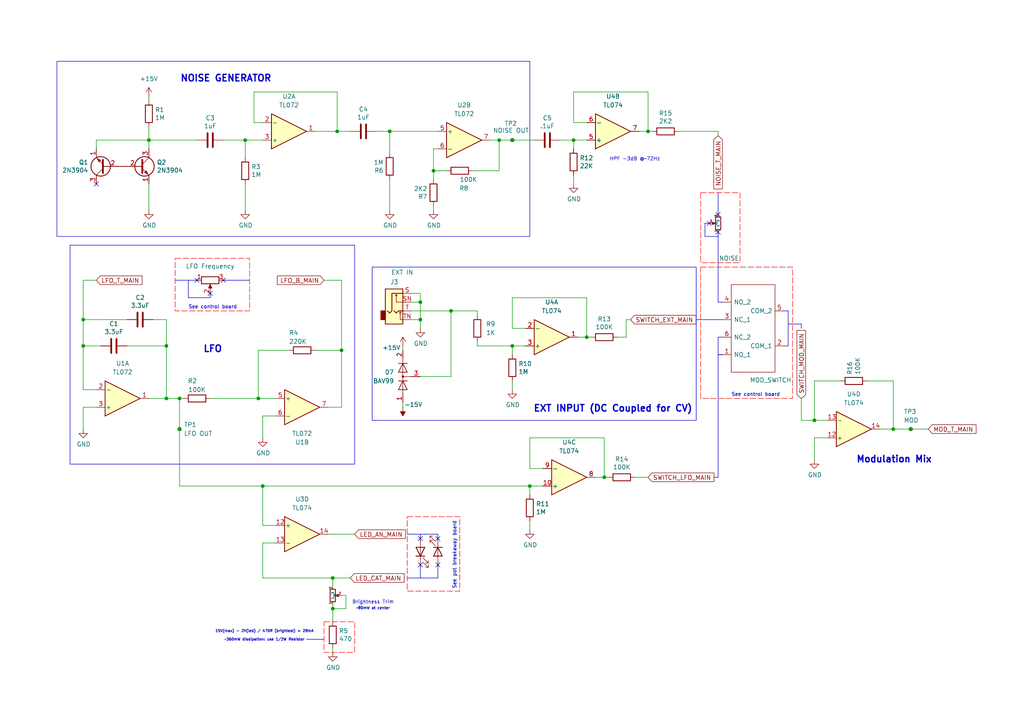
<source format=kicad_sch>
(kicad_sch (version 20250114) (generator "eeschema") (generator_version "9.0")
  (paper "A4")
  (lib_symbols
    (symbol "Amplifier_Operational:TL072" (pin_names (offset 0.127))
      (property "Reference" "U" (at 0 5.08 0))
      (property "Value" "TL072" (at 0 -5.08 0))
      (symbol "TL072_1_1"
        (polyline (pts (xy -5.08 5.08) (xy 5.08 0) (xy -5.08 -5.08) (xy -5.08 5.08)) (stroke (width 0.254)) (fill (type background)))
        (pin input line (at -7.62 2.54 0) (length 2.54) (name "+") (number "3"))
        (pin input line (at -7.62 -2.54 0) (length 2.54) (name "-") (number "2"))
        (pin output line (at 7.62 0 180) (length 2.54) (name "~") (number "1"))
      )
      (symbol "TL072_2_1"
        (polyline (pts (xy -5.08 5.08) (xy 5.08 0) (xy -5.08 -5.08) (xy -5.08 5.08)) (stroke (width 0.254)) (fill (type background)))
        (pin input line (at -7.62 2.54 0) (length 2.54) (name "+") (number "5"))
        (pin input line (at -7.62 -2.54 0) (length 2.54) (name "-") (number "6"))
        (pin output line (at 7.62 0 180) (length 2.54) (name "~") (number "7"))
      )
      (symbol "TL072_3_1"
        (pin power_in line (at -2.54 7.62 270) (length 3.81) (name "V+") (number "8"))
        (pin power_in line (at -2.54 -7.62 90) (length 3.81) (name "V-") (number "4"))
      )
    )
    (symbol "Amplifier_Operational:TL074" (pin_names (offset 0.127))
      (property "Reference" "U" (at 0 5.08 0))
      (property "Value" "TL074" (at 0 -5.08 0))
      (symbol "TL074_1_1"
        (polyline (pts (xy -5.08 5.08) (xy 5.08 0) (xy -5.08 -5.08) (xy -5.08 5.08)) (stroke (width 0.254)) (fill (type background)))
        (pin input line (at -7.62 2.54 0) (length 2.54) (name "+") (number "3"))
        (pin input line (at -7.62 -2.54 0) (length 2.54) (name "-") (number "2"))
        (pin output line (at 7.62 0 180) (length 2.54) (name "~") (number "1"))
      )
      (symbol "TL074_2_1"
        (polyline (pts (xy -5.08 5.08) (xy 5.08 0) (xy -5.08 -5.08) (xy -5.08 5.08)) (stroke (width 0.254)) (fill (type background)))
        (pin input line (at -7.62 2.54 0) (length 2.54) (name "+") (number "5"))
        (pin input line (at -7.62 -2.54 0) (length 2.54) (name "-") (number "6"))
        (pin output line (at 7.62 0 180) (length 2.54) (name "~") (number "7"))
      )
      (symbol "TL074_3_1"
        (polyline (pts (xy -5.08 5.08) (xy 5.08 0) (xy -5.08 -5.08) (xy -5.08 5.08)) (stroke (width 0.254)) (fill (type background)))
        (pin input line (at -7.62 2.54 0) (length 2.54) (name "+") (number "10"))
        (pin input line (at -7.62 -2.54 0) (length 2.54) (name "-") (number "9"))
        (pin output line (at 7.62 0 180) (length 2.54) (name "~") (number "8"))
      )
      (symbol "TL074_4_1"
        (polyline (pts (xy -5.08 5.08) (xy 5.08 0) (xy -5.08 -5.08) (xy -5.08 5.08)) (stroke (width 0.254)) (fill (type background)))
        (pin input line (at -7.62 2.54 0) (length 2.54) (name "+") (number "12"))
        (pin input line (at -7.62 -2.54 0) (length 2.54) (name "-") (number "13"))
        (pin output line (at 7.62 0 180) (length 2.54) (name "~") (number "14"))
      )
      (symbol "TL074_5_1"
        (pin power_in line (at -2.54 7.62 270) (length 3.81) (name "V+") (number "4"))
        (pin power_in line (at -2.54 -7.62 90) (length 3.81) (name "V-") (number "11"))
      )
    )
    (symbol "Connector:TestPoint_Small" (pin_numbers (hide yes)) (pin_names (offset 0.762) (hide yes))
      (property "Reference" "TP" (at 0 3.81 0))
      (property "Value" "TestPoint_Small" (at 0 2.032 0))
      (symbol "TestPoint_Small_0_1"
        (circle (center 0 0) (radius 0.508))
      )
      (symbol "TestPoint_Small_1_1"
        (pin passive line (at 0 0 90) (length 0) (name "1") (number "1"))
      )
    )
    (symbol "Connector_Audio:NMJ4HFD2"
      (property "Reference" "J" (at 0 11.43 0))
      (property "Value" "NMJ4HFD2" (at 0 8.89 0))
      (symbol "NMJ4HFD2_0_1"
        (rectangle (start -2.54 0) (end -3.81 -2.54) (stroke (width 0.254)) (fill (type outline)))
        (rectangle (start 2.54 6.35) (end -2.54 -3.81) (stroke (width 0.254)) (fill (type background)))
      )
      (symbol "NMJ4HFD2_1_1"
        (polyline (pts (xy 0 0) (xy 0.635 -0.635) (xy 1.27 0) (xy 2.54 0)) (stroke (width 0.254)))
        (polyline (pts (xy 0.635 4.826) (xy 0.889 4.318)))
        (polyline (pts (xy 1.778 -0.254) (xy 2.032 -0.762)))
        (polyline (pts (xy 2.54 5.08) (xy -0.635 5.08) (xy -0.635 0) (xy -1.27 -0.635) (xy -1.905 0)) (stroke (width 0.254)))
        (polyline (pts (xy 2.54 2.54) (xy 0.635 2.54) (xy 0.635 4.826) (xy 0.381 4.318)))
        (polyline (pts (xy 2.54 -2.54) (xy 1.778 -2.54) (xy 1.778 -0.254) (xy 1.524 -0.762)))
        (pin passive line (at 5.08 5.08 180) (length 2.54) (name "~") (number "S"))
        (pin passive line (at 5.08 2.54 180) (length 2.54) (name "~") (number "SN"))
        (pin passive line (at 5.08 0 180) (length 2.54) (name "~") (number "T"))
        (pin passive line (at 5.08 -2.54 180) (length 2.54) (name "~") (number "TN"))
      )
    )
    (symbol "Device:C" (pin_numbers (hide yes)) (pin_names (offset 0.254))
      (property "Reference" "C" (at 0.635 2.54 0))
      (property "Value" "Device_C" (at 0.635 -2.54 0))
      (symbol "C_0_1"
        (polyline (pts (xy -2.032 0.762) (xy 2.032 0.762)) (stroke (width 0.508)))
        (polyline (pts (xy -2.032 -0.762) (xy 2.032 -0.762)) (stroke (width 0.508)))
      )
      (symbol "C_1_1"
        (pin passive line (at 0 3.81 270) (length 2.794) (name "~") (number "1"))
        (pin passive line (at 0 -3.81 90) (length 2.794) (name "~") (number "2"))
      )
    )
    (symbol "Device:LED" (pin_numbers (hide yes)) (pin_names (offset 1.016) (hide yes))
      (property "Reference" "D" (at 0 2.54 0))
      (property "Value" "LED" (at 0 -2.54 0))
      (symbol "LED_0_1"
        (polyline (pts (xy -3.048 -0.762) (xy -4.572 -2.286) (xy -3.81 -2.286) (xy -4.572 -2.286) (xy -4.572 -1.524)))
        (polyline (pts (xy -1.778 -0.762) (xy -3.302 -2.286) (xy -2.54 -2.286) (xy -3.302 -2.286) (xy -3.302 -1.524)))
        (polyline (pts (xy -1.27 0) (xy 1.27 0)))
        (polyline (pts (xy -1.27 -1.27) (xy -1.27 1.27)) (stroke (width 0.254)))
        (polyline (pts (xy 1.27 -1.27) (xy 1.27 1.27) (xy -1.27 0) (xy 1.27 -1.27)) (stroke (width 0.254)))
      )
      (symbol "LED_1_1"
        (pin passive line (at -3.81 0 0) (length 2.54) (name "K") (number "1"))
        (pin passive line (at 3.81 0 180) (length 2.54) (name "A") (number "2"))
      )
    )
    (symbol "Device:R" (pin_numbers (hide yes)) (pin_names (offset 0))
      (property "Reference" "R" (at 2.032 0 90))
      (property "Value" "Device_R" (at 0 0 90))
      (symbol "R_0_1"
        (rectangle (start -1.016 -2.54) (end 1.016 2.54) (stroke (width 0.254)))
      )
      (symbol "R_1_1"
        (pin passive line (at 0 3.81 270) (length 1.27) (name "~") (number "1"))
        (pin passive line (at 0 -3.81 90) (length 1.27) (name "~") (number "2"))
      )
    )
    (symbol "Device:R_Potentiometer" (pin_names (offset 1.016) (hide yes))
      (property "Reference" "RV" (at -4.445 0 90))
      (property "Value" "R_Potentiometer" (at -2.54 0 90))
      (symbol "R_Potentiometer_0_1"
        (rectangle (start 1.016 2.54) (end -1.016 -2.54) (stroke (width 0.254)))
        (polyline (pts (xy 1.143 0) (xy 2.286 0.508) (xy 2.286 -0.508) (xy 1.143 0)) (fill (type outline)))
        (polyline (pts (xy 2.54 0) (xy 1.524 0)))
      )
      (symbol "R_Potentiometer_1_1"
        (pin passive line (at 0 3.81 270) (length 1.27) (name "1") (number "1"))
        (pin passive line (at 0 -3.81 90) (length 1.27) (name "3") (number "3"))
        (pin passive line (at 3.81 0 180) (length 1.27) (name "2") (number "2"))
      )
    )
    (symbol "Diode:BAV99" (pin_names (hide yes))
      (property "Reference" "D" (at 0 5.08 0))
      (property "Value" "BAV99" (at 0 2.54 0))
      (symbol "BAV99_0_1"
        (polyline (pts (xy -5.08 0) (xy 5.08 0)))
      )
      (symbol "BAV99_1_1"
        (polyline (pts (xy -3.81 1.27) (xy -1.27 0) (xy -3.81 -1.27) (xy -3.81 1.27) (xy -3.81 1.27) (xy -3.81 1.27)) (stroke (width 0.2032)))
        (polyline (pts (xy -1.27 -1.27) (xy -1.27 1.27) (xy -1.27 1.27)) (stroke (width 0.2032)))
        (polyline (pts (xy 0 0) (xy 0 -2.54)))
        (circle (center 0 0) (radius 0.254) (fill (type outline)))
        (polyline (pts (xy 1.27 1.27) (xy 3.81 0) (xy 1.27 -1.27) (xy 1.27 1.27) (xy 1.27 1.27) (xy 1.27 1.27)) (stroke (width 0.2032)))
        (polyline (pts (xy 3.81 1.27) (xy 3.81 -1.27) (xy 3.81 -1.27)) (stroke (width 0.2032)))
        (pin passive line (at -7.62 0 0) (length 2.54) (name "K") (number "1"))
        (pin passive line (at 0 -5.08 90) (length 2.54) (name "K") (number "3"))
        (pin passive line (at 7.62 0 180) (length 2.54) (name "A") (number "2"))
      )
    )
    (symbol "R_1" (pin_numbers (hide yes)) (pin_names (offset 0))
      (property "Reference" "R" (at 2.032 0 90))
      (property "Value" "R" (at 0 0 90))
      (symbol "R_1_0_1"
        (rectangle (start -1.016 -2.54) (end 1.016 2.54) (stroke (width 0.254)))
      )
      (symbol "R_1_1_1"
        (pin passive line (at 0 3.81 270) (length 1.27) (name "~") (number "1"))
        (pin passive line (at 0 -3.81 90) (length 1.27) (name "~") (number "2"))
      )
    )
    (symbol "TL072_1" (pin_names (offset 0.127))
      (property "Reference" "U" (at 0 5.08 0))
      (property "Value" "TL072" (at 0 -5.08 0))
      (symbol "TL072_1_1_1"
        (polyline (pts (xy -5.08 5.08) (xy 5.08 0) (xy -5.08 -5.08) (xy -5.08 5.08)) (stroke (width 0.254)) (fill (type background)))
        (pin input line (at -7.62 2.54 0) (length 2.54) (name "+") (number "3"))
        (pin input line (at -7.62 -2.54 0) (length 2.54) (name "-") (number "2"))
        (pin output line (at 7.62 0 180) (length 2.54) (name "~") (number "1"))
      )
      (symbol "TL072_1_2_1"
        (polyline (pts (xy -5.08 5.08) (xy 5.08 0) (xy -5.08 -5.08) (xy -5.08 5.08)) (stroke (width 0.254)) (fill (type background)))
        (pin input line (at -7.62 2.54 0) (length 2.54) (name "+") (number "5"))
        (pin input line (at -7.62 -2.54 0) (length 2.54) (name "-") (number "6"))
        (pin output line (at 7.62 0 180) (length 2.54) (name "~") (number "7"))
      )
      (symbol "TL072_1_3_1"
        (pin power_in line (at -2.54 7.62 270) (length 3.81) (name "V+") (number "8"))
        (pin power_in line (at -2.54 -7.62 90) (length 3.81) (name "V-") (number "4"))
      )
    )
    (symbol "TL074_1" (pin_names (offset 0.127))
      (property "Reference" "U" (at 0 5.08 0))
      (property "Value" "TL074" (at 0 -5.08 0))
      (symbol "TL074_1_1_1"
        (polyline (pts (xy -5.08 5.08) (xy 5.08 0) (xy -5.08 -5.08) (xy -5.08 5.08)) (stroke (width 0.254)) (fill (type background)))
        (pin input line (at -7.62 2.54 0) (length 2.54) (name "+") (number "3"))
        (pin input line (at -7.62 -2.54 0) (length 2.54) (name "-") (number "2"))
        (pin output line (at 7.62 0 180) (length 2.54) (name "~") (number "1"))
      )
      (symbol "TL074_1_2_1"
        (polyline (pts (xy -5.08 5.08) (xy 5.08 0) (xy -5.08 -5.08) (xy -5.08 5.08)) (stroke (width 0.254)) (fill (type background)))
        (pin input line (at -7.62 2.54 0) (length 2.54) (name "+") (number "5"))
        (pin input line (at -7.62 -2.54 0) (length 2.54) (name "-") (number "6"))
        (pin output line (at 7.62 0 180) (length 2.54) (name "~") (number "7"))
      )
      (symbol "TL074_1_3_1"
        (polyline (pts (xy -5.08 5.08) (xy 5.08 0) (xy -5.08 -5.08) (xy -5.08 5.08)) (stroke (width 0.254)) (fill (type background)))
        (pin input line (at -7.62 2.54 0) (length 2.54) (name "+") (number "10"))
        (pin input line (at -7.62 -2.54 0) (length 2.54) (name "-") (number "9"))
        (pin output line (at 7.62 0 180) (length 2.54) (name "~") (number "8"))
      )
      (symbol "TL074_1_4_1"
        (polyline (pts (xy -5.08 5.08) (xy 5.08 0) (xy -5.08 -5.08) (xy -5.08 5.08)) (stroke (width 0.254)) (fill (type background)))
        (pin input line (at -7.62 2.54 0) (length 2.54) (name "+") (number "12"))
        (pin input line (at -7.62 -2.54 0) (length 2.54) (name "-") (number "13"))
        (pin output line (at 7.62 0 180) (length 2.54) (name "~") (number "14"))
      )
      (symbol "TL074_1_5_1"
        (pin power_in line (at -2.54 7.62 270) (length 3.81) (name "V+") (number "4"))
        (pin power_in line (at -2.54 -7.62 90) (length 3.81) (name "V-") (number "11"))
      )
    )
    (symbol "Transistor_BJT:2N3904" (pin_names (offset 0) (hide yes))
      (property "Reference" "Q" (at 5.08 1.905 0))
      (property "Value" "Transistor_BJT_2N3904" (at 5.08 0 0))
      (symbol "2N3904_0_1"
        (polyline (pts (xy 0.635 1.905) (xy 0.635 -1.905) (xy 0.635 -1.905)) (stroke (width 0.508)))
        (polyline (pts (xy 0.635 0.635) (xy 2.54 2.54)))
        (polyline (pts (xy 0.635 -0.635) (xy 2.54 -2.54) (xy 2.54 -2.54)))
        (circle (center 1.27 0) (radius 2.8194) (stroke (width 0.254)))
        (polyline (pts (xy 1.27 -1.778) (xy 1.778 -1.27) (xy 2.286 -2.286) (xy 1.27 -1.778) (xy 1.27 -1.778)) (fill (type outline)))
      )
      (symbol "2N3904_1_1"
        (pin passive line (at -5.08 0 0) (length 5.715) (name "B") (number "2"))
        (pin passive line (at 2.54 5.08 270) (length 2.54) (name "C") (number "3"))
        (pin passive line (at 2.54 -5.08 90) (length 2.54) (name "E") (number "1"))
      )
    )
    (symbol "customlib:7211SYCQE" (pin_names (offset 0.762))
      (property "Reference" "S" (at 26.67 7.62 0))
      (property "Value" "7211SYCQE" (at 26.67 5.08 0))
      (symbol "7211SYCQE_0_1"
        (rectangle (start 2.54 5.08) (end 15.24 -20.32))
      )
      (symbol "7211SYCQE_1_1"
        (pin passive line (at 0 0 0) (length 2.54) (name "NO_1") (number "1"))
        (pin passive line (at 0 -5.08 0) (length 2.54) (name "NC_2") (number "6"))
        (pin passive line (at 0 -10.16 0) (length 2.54) (name "NC_1") (number "3"))
        (pin passive line (at 0 -15.24 0) (length 2.54) (name "NO_2") (number "4"))
        (pin passive line (at 17.78 -2.54 180) (length 2.54) (name "COM_1") (number "2"))
        (pin passive line (at 17.78 -12.7 180) (length 2.54) (name "COM_2") (number "5"))
      )
    )
    (symbol "customlib:T73YP103KT20" (pin_names (offset 0.762))
      (symbol "T73YP103KT20_0_1"
        (rectangle (start 0.762 -0.7366) (end -0.762 -4.3434) (stroke (width 0.254)))
        (polyline (pts (xy 0.889 -2.54) (xy 0.635 -2.54) (xy 1.651 -2.159) (xy 1.651 -2.921) (xy 0.635 -2.54) (xy 0.889 -2.54)) (fill (type outline)))
      )
      (symbol "T73YP103KT20_1_1"
        (pin passive line (at 0 0 270) (length 0.635) (name "1") (number "1"))
        (pin passive line (at 0 -5.08 90) (length 0.635) (name "3") (number "3"))
        (pin passive line (at 2.54 -2.54 180) (length 0.9906) (name "2") (number "2"))
      )
    )
    (symbol "power:+15V" (power) (pin_numbers (hide yes)) (pin_names (offset 0) (hide yes))
      (property "Value" "+15V" (at 0 3.556 0))
      (symbol "+15V_0_1"
        (polyline (pts (xy -0.762 1.27) (xy 0 2.54)))
        (polyline (pts (xy 0 2.54) (xy 0.762 1.27)))
        (polyline (pts (xy 0 0) (xy 0 2.54)))
      )
      (symbol "+15V_1_1"
        (pin power_in line (at 0 0 90) (length 0) (name "~") (number "1"))
      )
    )
    (symbol "power:-15V" (power) (pin_numbers (hide yes)) (pin_names (offset 0) (hide yes))
      (property "Value" "-15V" (at 0 3.556 0))
      (symbol "-15V_0_0"
        (pin power_in line (at 0 0 90) (length 0) (name "~") (number "1"))
      )
      (symbol "-15V_0_1"
        (polyline (pts (xy 0 0) (xy 0 1.27) (xy 0.762 1.27) (xy 0 2.54) (xy -0.762 1.27) (xy 0 1.27)) (fill (type outline)))
      )
    )
    (symbol "power:GND" (power) (pin_names (offset 0))
      (property "Value" "power_GND" (at 0 -3.81 0))
      (symbol "GND_0_1"
        (polyline (pts (xy 0 0) (xy 0 -1.27) (xy 1.27 -1.27) (xy 0 -2.54) (xy -1.27 -1.27) (xy 0 -1.27)))
      )
      (symbol "GND_1_1"
        (pin power_in line (at 0 0 270) (length 0) (hide yes) (name "GND") (number "1"))
      )
    )
  )
  (rectangle (start 203.2 77.47) (end 229.87 115.57) (stroke (width 0) (type dash) (color 249 0 0 1)))
  (rectangle (start 107.95 77.47) (end 201.93 121.92))
  (rectangle (start 20.32 71.12) (end 102.87 134.62))
  (rectangle (start 16.51 17.78) (end 153.67 68.58))
  (rectangle (start 203.2 55.88) (end 214.63 76.2) (stroke (width 0) (type dash) (color 249 0 0 1)))
  (rectangle (start 93.98 180.34) (end 102.87 189.23) (stroke (width 0) (type dash) (color 255 0 0 1)))
  (rectangle (start 118.11 149.86) (end 133.35 171.45) (stroke (width 0) (type dash) (color 245 0 0 1)))
  (rectangle (start 50.8 74.93) (end 72.39 90.17) (stroke (width 0) (type dash) (color 245 0 0 1)))
  (text "Brightness Trim" (at 108.204 174.752 0) (effects (font (size 1.016 1.016) (thickness 0.127))))
  (text "NOISE GENERATOR" (at 65.532 22.86 0) (effects (font (size 1.905 1.905) (thickness 0.381) (bold yes))))
  (text "LFO" (at 61.722 101.346 0) (effects (font (size 1.905 1.905) (thickness 0.381) (bold yes))))
  (text "15V(max) - 2V(led) / 470R (brightest) = 28mA\n\n~360mW dissipation: use 1/2W Resistor" (at 76.708 184.404 0) (effects (font (size 0.762 0.762))))
  (text "See control board" (at 219.202 114.554 0) (effects (font (size 1.016 1.016))))
  (text "See pot breakaway board" (at 131.826 161.036 90) (effects (font (size 1.016 1.016))))
  (text "~80mW at center" (at 108.204 176.53 0) (effects (font (size 0.762 0.762))))
  (text "HPF -3dB @~72Hz" (at 184.15 46.228 0) (effects (font (size 1.016 1.016) (thickness 0.127))))
  (text "EXT INPUT (DC Coupled for CV)" (at 177.8 118.618 0) (effects (font (size 1.905 1.905) (thickness 0.381) (bold yes))))
  (text "See control board" (at 61.722 89.154 0) (effects (font (size 1.016 1.016))))
  (text "Modulation Mix" (at 259.334 133.35 0) (effects (font (size 1.905 1.905) (thickness 0.381) (bold yes))))
  (junction (at 24.13 92.71))
  (junction (at 74.93 115.57))
  (junction (at 125.73 49.53))
  (junction (at 187.96 38.1))
  (junction (at 43.18 40.64))
  (junction (at 121.92 92.71))
  (junction (at 99.06 101.6))
  (junction (at 175.26 138.43))
  (junction (at 236.22 121.92))
  (junction (at 96.52 167.64))
  (junction (at 259.08 124.46))
  (junction (at 71.12 40.64))
  (junction (at 97.79 38.1))
  (junction (at 166.37 40.64))
  (junction (at 48.26 100.33))
  (junction (at 130.81 90.17))
  (junction (at 52.07 115.57))
  (junction (at 48.26 115.57))
  (junction (at 170.18 97.79))
  (junction (at 148.59 100.33))
  (junction (at 52.07 124.46))
  (junction (at 264.16 124.46))
  (junction (at 121.92 87.63))
  (junction (at 153.67 140.97))
  (junction (at 96.52 176.53))
  (junction (at 24.13 100.33))
  (junction (at 76.2 140.97))
  (junction (at 144.78 40.64))
  (junction (at 148.59 40.64))
  (junction (at 113.03 38.1))
  (no_connect (at 121.92 156.21))
  (no_connect (at 127 163.83))
  (no_connect (at 127 156.21))
  (no_connect (at 57.15 81.28))
  (no_connect (at 208.28 62.23))
  (no_connect (at 121.92 163.83))
  (no_connect (at 205.74 64.77))
  (no_connect (at 27.94 53.34))
  (no_connect (at 208.28 67.31))
  (no_connect (at 64.77 81.28))
  (no_connect (at 60.96 85.09))
  (wire (pts (xy 80.01 152.4) (xy 76.2 152.4)))
  (wire (pts (xy 73.66 35.56) (xy 76.2 35.56)))
  (polyline (pts (xy 127 163.83) (xy 127 167.64)))
  (wire (pts (xy 44.45 92.71) (xy 48.26 92.71)))
  (wire (pts (xy 208.28 38.1) (xy 208.28 39.37)))
  (polyline (pts (xy 60.96 85.09) (xy 60.96 86.36)))
  (wire (pts (xy 91.44 38.1) (xy 97.79 38.1)))
  (wire (pts (xy 152.4 95.25) (xy 148.59 95.25)))
  (wire (pts (xy 259.08 124.46) (xy 264.16 124.46)))
  (polyline (pts (xy 201.93 92.71) (xy 209.55 92.71)))
  (wire (pts (xy 119.38 90.17) (xy 130.81 90.17)))
  (wire (pts (xy 64.77 40.64) (xy 71.12 40.64)))
  (polyline (pts (xy 232.41 93.98) (xy 232.41 95.25)))
  (polyline (pts (xy 88.9 185.42) (xy 93.98 185.42)))
  (wire (pts (xy 43.18 115.57) (xy 48.26 115.57)))
  (wire (pts (xy 27.94 40.64) (xy 43.18 40.64)))
  (wire (pts (xy 236.22 110.49) (xy 236.22 121.92)))
  (polyline (pts (xy 67.31 81.28) (xy 72.39 81.28)))
  (wire (pts (xy 24.13 100.33) (xy 24.13 113.03)))
  (polyline (pts (xy 228.6 90.17) (xy 228.6 100.33)))
  (wire (pts (xy 184.15 138.43) (xy 187.96 138.43)))
  (wire (pts (xy 76.2 40.64) (xy 71.12 40.64)))
  (wire (pts (xy 153.67 151.13) (xy 153.67 153.67)))
  (wire (pts (xy 148.59 86.36) (xy 170.18 86.36)))
  (wire (pts (xy 189.23 38.1) (xy 187.96 38.1)))
  (wire (pts (xy 24.13 92.71) (xy 24.13 100.33)))
  (wire (pts (xy 187.96 26.67) (xy 187.96 38.1)))
  (wire (pts (xy 264.16 124.46) (xy 269.24 124.46)))
  (wire (pts (xy 29.21 100.33) (xy 24.13 100.33)))
  (wire (pts (xy 166.37 26.67) (xy 187.96 26.67)))
  (polyline (pts (xy 208.28 67.31) (xy 208.28 68.58)))
  (wire (pts (xy 74.93 101.6) (xy 74.93 115.57)))
  (wire (pts (xy 113.03 38.1) (xy 127 38.1)))
  (wire (pts (xy 153.67 140.97) (xy 153.67 143.51)))
  (wire (pts (xy 109.22 38.1) (xy 113.03 38.1)))
  (wire (pts (xy 162.56 40.64) (xy 166.37 40.64)))
  (wire (pts (xy 138.43 100.33) (xy 148.59 100.33)))
  (wire (pts (xy 125.73 43.18) (xy 125.73 49.53)))
  (wire (pts (xy 48.26 92.71) (xy 48.26 100.33)))
  (wire (pts (xy 153.67 135.89) (xy 153.67 127)))
  (wire (pts (xy 255.27 124.46) (xy 259.08 124.46)))
  (polyline (pts (xy 60.96 86.36) (xy 54.61 86.36)))
  (wire (pts (xy 157.48 135.89) (xy 153.67 135.89)))
  (wire (pts (xy 137.16 49.53) (xy 144.78 49.53)))
  (wire (pts (xy 52.07 124.46) (xy 52.07 140.97)))
  (wire (pts (xy 52.07 115.57) (xy 52.07 124.46)))
  (polyline (pts (xy 208.28 97.79) (xy 208.28 102.87)))
  (wire (pts (xy 166.37 35.56) (xy 166.37 26.67)))
  (wire (pts (xy 148.59 40.64) (xy 154.94 40.64)))
  (polyline (pts (xy 204.47 64.77) (xy 204.47 68.58)))
  (polyline (pts (xy 205.74 64.77) (xy 204.47 64.77)))
  (wire (pts (xy 43.18 36.83) (xy 43.18 40.64)))
  (wire (pts (xy 236.22 121.92) (xy 240.03 121.92)))
  (wire (pts (xy 181.61 97.79) (xy 181.61 92.71)))
  (polyline (pts (xy 208.28 68.58) (xy 208.28 71.12)))
  (wire (pts (xy 100.33 172.72) (xy 100.33 176.53)))
  (wire (pts (xy 259.08 110.49) (xy 259.08 124.46)))
  (wire (pts (xy 95.25 154.94) (xy 102.87 154.94)))
  (wire (pts (xy 175.26 127) (xy 175.26 138.43)))
  (polyline (pts (xy 121.92 163.83) (xy 121.92 167.64)))
  (wire (pts (xy 236.22 127) (xy 236.22 133.35)))
  (wire (pts (xy 83.82 101.6) (xy 74.93 101.6)))
  (wire (pts (xy 97.79 26.67) (xy 73.66 26.67)))
  (wire (pts (xy 121.92 92.71) (xy 121.92 95.25)))
  (wire (pts (xy 24.13 118.11) (xy 24.13 124.46)))
  (wire (pts (xy 153.67 127) (xy 175.26 127)))
  (wire (pts (xy 119.38 85.09) (xy 121.92 85.09)))
  (wire (pts (xy 113.03 44.45) (xy 113.03 38.1)))
  (polyline (pts (xy 127 154.94) (xy 127 156.21)))
  (wire (pts (xy 179.07 97.79) (xy 181.61 97.79)))
  (wire (pts (xy 187.96 38.1) (xy 185.42 38.1)))
  (wire (pts (xy 97.79 38.1) (xy 97.79 26.67)))
  (wire (pts (xy 99.06 118.11) (xy 95.25 118.11)))
  (wire (pts (xy 74.93 115.57) (xy 80.01 115.57)))
  (wire (pts (xy 27.94 118.11) (xy 24.13 118.11)))
  (wire (pts (xy 76.2 167.64) (xy 96.52 167.64)))
  (polyline (pts (xy 208.28 59.69) (xy 208.28 62.23)))
  (wire (pts (xy 24.13 81.28) (xy 24.13 92.71)))
  (wire (pts (xy 171.45 97.79) (xy 170.18 97.79)))
  (wire (pts (xy 96.52 187.96) (xy 96.52 189.23)))
  (wire (pts (xy 152.4 100.33) (xy 148.59 100.33)))
  (wire (pts (xy 71.12 53.34) (xy 71.12 60.96)))
  (wire (pts (xy 43.18 53.34) (xy 43.18 60.96)))
  (wire (pts (xy 36.83 92.71) (xy 24.13 92.71)))
  (wire (pts (xy 99.06 81.28) (xy 93.98 81.28)))
  (wire (pts (xy 76.2 152.4) (xy 76.2 140.97)))
  (polyline (pts (xy 227.33 100.33) (xy 228.6 100.33)))
  (wire (pts (xy 181.61 92.71) (xy 182.88 92.71)))
  (wire (pts (xy 144.78 49.53) (xy 144.78 40.64)))
  (wire (pts (xy 125.73 49.53) (xy 125.73 52.07)))
  (wire (pts (xy 96.52 167.64) (xy 101.6 167.64)))
  (polyline (pts (xy 50.8 81.28) (xy 57.15 81.28)))
  (wire (pts (xy 119.38 87.63) (xy 121.92 87.63)))
  (wire (pts (xy 43.18 29.21) (xy 43.18 27.94)))
  (wire (pts (xy 175.26 138.43) (xy 176.53 138.43)))
  (wire (pts (xy 243.84 110.49) (xy 236.22 110.49)))
  (wire (pts (xy 144.78 40.64) (xy 142.24 40.64)))
  (wire (pts (xy 60.96 115.57) (xy 74.93 115.57)))
  (wire (pts (xy 148.59 110.49) (xy 148.59 113.03)))
  (wire (pts (xy 36.83 100.33) (xy 48.26 100.33)))
  (wire (pts (xy 170.18 35.56) (xy 166.37 35.56)))
  (wire (pts (xy 170.18 86.36) (xy 170.18 97.79)))
  (wire (pts (xy 91.44 101.6) (xy 99.06 101.6)))
  (wire (pts (xy 96.52 175.26) (xy 96.52 176.53)))
  (polyline (pts (xy 209.55 97.79) (xy 208.28 97.79)))
  (wire (pts (xy 138.43 90.17) (xy 138.43 91.44)))
  (wire (pts (xy 138.43 100.33) (xy 138.43 99.06)))
  (wire (pts (xy 240.03 127) (xy 236.22 127)))
  (wire (pts (xy 76.2 120.65) (xy 76.2 127)))
  (wire (pts (xy 121.92 85.09) (xy 121.92 87.63)))
  (wire (pts (xy 48.26 115.57) (xy 52.07 115.57)))
  (wire (pts (xy 96.52 176.53) (xy 96.52 180.34)))
  (wire (pts (xy 121.92 109.22) (xy 130.81 109.22)))
  (wire (pts (xy 125.73 60.96) (xy 125.73 59.69)))
  (wire (pts (xy 166.37 50.8) (xy 166.37 53.34)))
  (polyline (pts (xy 208.28 102.87) (xy 208.28 138.43)))
  (wire (pts (xy 80.01 120.65) (xy 76.2 120.65)))
  (wire (pts (xy 170.18 97.79) (xy 167.64 97.79)))
  (polyline (pts (xy 121.92 156.21) (xy 121.92 154.94)))
  (polyline (pts (xy 208.28 102.87) (xy 209.55 102.87)))
  (wire (pts (xy 119.38 92.71) (xy 121.92 92.71)))
  (wire (pts (xy 130.81 90.17) (xy 138.43 90.17)))
  (polyline (pts (xy 227.33 90.17) (xy 228.6 90.17)))
  (wire (pts (xy 71.12 40.64) (xy 71.12 45.72)))
  (wire (pts (xy 148.59 100.33) (xy 148.59 102.87)))
  (wire (pts (xy 170.18 40.64) (xy 166.37 40.64)))
  (polyline (pts (xy 64.77 81.28) (xy 67.31 81.28)))
  (polyline (pts (xy 207.01 138.43) (xy 208.28 138.43)))
  (wire (pts (xy 27.94 43.18) (xy 27.94 40.64)))
  (wire (pts (xy 232.41 121.92) (xy 236.22 121.92)))
  (wire (pts (xy 157.48 140.97) (xy 153.67 140.97)))
  (polyline (pts (xy 118.11 167.64) (xy 121.92 167.64)))
  (wire (pts (xy 232.41 115.57) (xy 232.41 121.92)))
  (polyline (pts (xy 118.11 154.94) (xy 121.92 154.94)))
  (wire (pts (xy 166.37 40.64) (xy 166.37 43.18)))
  (polyline (pts (xy 208.28 102.87) (xy 209.55 102.87)))
  (polyline (pts (xy 208.28 87.63) (xy 209.55 87.63)))
  (wire (pts (xy 52.07 140.97) (xy 76.2 140.97)))
  (wire (pts (xy 73.66 26.67) (xy 73.66 35.56)))
  (wire (pts (xy 99.06 81.28) (xy 99.06 101.6)))
  (wire (pts (xy 121.92 87.63) (xy 121.92 92.71)))
  (wire (pts (xy 24.13 81.28) (xy 27.94 81.28)))
  (wire (pts (xy 251.46 110.49) (xy 259.08 110.49)))
  (wire (pts (xy 144.78 40.64) (xy 148.59 40.64)))
  (wire (pts (xy 175.26 138.43) (xy 172.72 138.43)))
  (wire (pts (xy 43.18 40.64) (xy 43.18 43.18)))
  (wire (pts (xy 96.52 167.64) (xy 96.52 170.18)))
  (wire (pts (xy 76.2 140.97) (xy 153.67 140.97)))
  (wire (pts (xy 76.2 157.48) (xy 80.01 157.48)))
  (wire (pts (xy 101.6 38.1) (xy 97.79 38.1)))
  (wire (pts (xy 116.84 116.84) (xy 116.84 118.11)))
  (wire (pts (xy 24.13 113.03) (xy 27.94 113.03)))
  (polyline (pts (xy 54.61 86.36) (xy 54.61 81.28)))
  (wire (pts (xy 96.52 176.53) (xy 100.33 176.53)))
  (polyline (pts (xy 121.92 154.94) (xy 127 154.94)))
  (wire (pts (xy 130.81 90.17) (xy 130.81 109.22)))
  (wire (pts (xy 116.84 100.33) (xy 116.84 101.6)))
  (wire (pts (xy 99.06 101.6) (xy 99.06 118.11)))
  (wire (pts (xy 129.54 49.53) (xy 125.73 49.53)))
  (polyline (pts (xy 208.28 71.12) (xy 208.28 76.2)))
  (polyline (pts (xy 228.6 93.98) (xy 232.41 93.98)))
  (polyline (pts (xy 208.28 76.2) (xy 208.28 87.63)) (stroke (width 0) (type solid)))
  (wire (pts (xy 196.85 38.1) (xy 208.28 38.1)))
  (wire (pts (xy 43.18 40.64) (xy 57.15 40.64)))
  (wire (pts (xy 99.06 172.72) (xy 100.33 172.72)))
  (wire (pts (xy 52.07 115.57) (xy 53.34 115.57)))
  (polyline (pts (xy 127 167.64) (xy 121.92 167.64)))
  (wire (pts (xy 76.2 167.64) (xy 76.2 157.48)))
  (wire (pts (xy 48.26 100.33) (xy 48.26 115.57)))
  (wire (pts (xy 113.03 52.07) (xy 113.03 60.96)))
  (polyline (pts (xy 204.47 68.58) (xy 208.28 68.58)))
  (polyline (pts (xy 208.28 55.88) (xy 208.28 59.69)))
  (wire (pts (xy 148.59 95.25) (xy 148.59 86.36)))
  (wire (pts (xy 127 43.18) (xy 125.73 43.18)))
  (global_label "LED_CAT_MAIN" (shape input) (at 101.6 167.64 0) (property "Intersheetrefs" "${INTERSHEET_REFS}" (effects (hide yes))))
  (global_label "LED_AN_MAIN" (shape input) (at 102.87 154.94 0) (property "Intersheetrefs" "${INTERSHEET_REFS}" (effects (hide yes))))
  (global_label "SWITCH_MOD_MAIN" (shape input) (at 232.41 115.57 90) (property "Intersheetrefs" "${INTERSHEET_REFS}" (effects (hide yes))))
  (global_label "LFO_T_MAIN" (shape input) (at 27.94 81.28 0) (property "Intersheetrefs" "${INTERSHEET_REFS}" (effects (hide yes))))
  (global_label "SWITCH_LFO_MAIN" (shape input) (at 187.96 138.43 0) (property "Intersheetrefs" "${INTERSHEET_REFS}" (effects (hide yes))))
  (global_label "MOD_T_MAIN" (shape input) (at 269.24 124.46 0) (property "Intersheetrefs" "${INTERSHEET_REFS}" (effects (hide yes))))
  (global_label "NOISE_T_MAIN" (shape input) (at 208.28 39.37 270) (property "Intersheetrefs" "${INTERSHEET_REFS}" (effects (hide yes))))
  (global_label "LFO_B_MAIN" (shape input) (at 93.98 81.28 180) (property "Intersheetrefs" "${INTERSHEET_REFS}" (effects (hide yes))))
  (global_label "SWITCH_EXT_MAIN" (shape input) (at 182.88 92.71 0) (property "Intersheetrefs" "${INTERSHEET_REFS}" (effects (hide yes))))
  (symbol (lib_id "Transistor_BJT:2N3904") (at 40.64 48.26 0) (unit 1)
    (property "Reference" "Q2" (at 45.466 47.0916 0) (effects (justify left)))
    (property "Value" "2N3904" (at 45.466 49.403 0) (effects (justify left)))
    (property "Footprint" "Package_TO_SOT_THT:TO-92_HandSolder" (effects (hide yes)))
    (property "Datasheet" "https://www.onsemi.com/pub/Collateral/2N3903-D.PDF" (effects (hide yes)))
  )
  (symbol (lib_id "Transistor_BJT:2N3904") (at 30.48 48.26 180) (unit 1)
    (property "Reference" "Q1" (at 25.6286 47.0916 0) (effects (justify left)))
    (property "Value" "2N3904" (at 25.6286 49.403 0) (effects (justify left)))
    (property "Footprint" "Package_TO_SOT_THT:TO-92_HandSolder" (effects (hide yes)))
    (property "Datasheet" "https://www.onsemi.com/pub/Collateral/2N3903-D.PDF" (effects (hide yes)))
  )
  (symbol (lib_id "power:GND") (at 43.18 60.96 0) (unit 1)
    (property "Reference" "#PWR05" (effects (hide yes)))
    (property "Value" "GND" (at 43.307 65.3542 0))
  )
  (symbol (lib_id "Device:R") (at 43.18 33.02 0) (unit 1)
    (property "Reference" "R1" (at 44.958 31.8516 0) (effects (justify left)))
    (property "Value" "1M" (at 44.958 34.163 0) (effects (justify left)))
    (property "Footprint" "customlib:RESC2012X60N" (effects (hide yes)))
  )
  (symbol (lib_id "Device:C") (at 60.96 40.64 270) (unit 1)
    (property "Reference" "C3" (at 60.96 34.2392 90))
    (property "Value" "1uF" (at 60.96 36.5506 90))
    (property "Footprint" "Capacitor_THT:C_Rect_L7.2mm_W4.5mm_P5.00mm_FKS2_FKP2_MKS2_MKP2" (effects (hide yes)))
  )
  (symbol (lib_id "Device:R") (at 71.12 49.53 0) (unit 1)
    (property "Reference" "R3" (at 72.898 48.3616 0) (effects (justify left)))
    (property "Value" "1M" (at 72.898 50.673 0) (effects (justify left)))
    (property "Footprint" "customlib:RESC2012X60N" (effects (hide yes)))
  )
  (symbol (lib_id "power:GND") (at 71.12 60.96 0) (unit 1)
    (property "Reference" "#PWR06" (effects (hide yes)))
    (property "Value" "GND" (at 71.247 65.3542 0))
  )
  (symbol (lib_id "Device:C") (at 105.41 38.1 270) (unit 1)
    (property "Reference" "C4" (at 105.41 31.6992 90))
    (property "Value" "1uF" (at 105.41 34.0106 90))
    (property "Footprint" "Capacitor_THT:C_Rect_L7.2mm_W4.5mm_P5.00mm_FKS2_FKP2_MKS2_MKP2" (effects (hide yes)))
  )
  (symbol (lib_id "Device:R") (at 113.03 48.26 180) (unit 1)
    (property "Reference" "R6" (at 111.252 49.4284 0) (effects (justify left)))
    (property "Value" "1M" (at 111.252 47.117 0) (effects (justify left)))
    (property "Footprint" "customlib:RESC2012X60N" (effects (hide yes)))
  )
  (symbol (lib_id "Device:R") (at 125.73 55.88 180) (unit 1)
    (property "Reference" "R7" (at 123.952 57.0484 0) (effects (justify left)))
    (property "Value" "2K2" (at 123.952 54.737 0) (effects (justify left)))
    (property "Footprint" "customlib:RESC2012X60N" (effects (hide yes)))
  )
  (symbol (lib_id "Device:R") (at 133.35 49.53 90) (unit 1)
    (property "Reference" "R8" (at 135.89 54.61 90) (effects (justify left)))
    (property "Value" "100K" (at 138.43 52.07 90) (effects (justify left)))
    (property "Footprint" "customlib:RESC2012X60N" (effects (hide yes)))
  )
  (symbol (lib_id "Device:C") (at 158.75 40.64 270) (unit 1)
    (property "Reference" "C5" (at 158.75 34.2392 90))
    (property "Value" ".1uF" (at 158.75 36.5506 90))
    (property "Footprint" "Capacitor_THT:C_Rect_L7.0mm_W2.0mm_P5.00mm" (effects (hide yes)))
  )
  (symbol (lib_id "power:GND") (at 113.03 60.96 0) (unit 1)
    (property "Reference" "#PWR09" (effects (hide yes)))
    (property "Value" "GND" (at 113.157 65.3542 0))
  )
  (symbol (lib_id "power:GND") (at 125.73 60.96 0) (unit 1)
    (property "Reference" "#PWR010" (effects (hide yes)))
    (property "Value" "GND" (at 125.857 65.3542 0))
  )
  (symbol (lib_id "Device:C") (at 33.02 100.33 270) (unit 1)
    (property "Reference" "C1" (at 33.02 93.9292 90))
    (property "Value" "3.3uF" (at 33.02 96.2406 90))
    (property "Footprint" "Capacitor_THT:C_Rect_L18.0mm_W7.0mm_P15.00mm_FKS3_FKP3" (effects (hide yes)))
  )
  (symbol (lib_id "Device:R") (at 87.63 101.6 270) (unit 1)
    (property "Reference" "R4" (at 83.82 96.52 90) (effects (justify left)))
    (property "Value" "220K" (at 83.82 99.06 90) (effects (justify left)))
    (property "Footprint" "customlib:RESC2012X60N" (effects (hide yes)))
  )
  (symbol (lib_id "Device:R") (at 57.15 115.57 90) (unit 1)
    (property "Reference" "R2" (at 57.15 110.49 90) (effects (justify left)))
    (property "Value" "100K" (at 59.69 113.03 90) (effects (justify left)))
    (property "Footprint" "customlib:RESC2012X60N" (effects (hide yes)))
  )
  (symbol (lib_id "power:GND") (at 24.13 124.46 0) (unit 1)
    (property "Reference" "#PWR03" (effects (hide yes)))
    (property "Value" "GND" (at 24.257 128.8542 0))
  )
  (symbol (lib_id "power:GND") (at 76.2 127 0) (unit 1)
    (property "Reference" "#PWR07" (effects (hide yes)))
    (property "Value" "GND" (at 76.327 131.3942 0))
  )
  (symbol (lib_id "power:GND") (at 236.22 133.35 0) (unit 1)
    (property "Reference" "#PWR015" (effects (hide yes)))
    (property "Value" "GND" (at 236.347 137.7442 0))
  )
  (symbol (lib_id "Device:R") (at 166.37 46.99 0) (unit 1)
    (property "Reference" "R12" (at 168.148 45.8216 0) (effects (justify left)))
    (property "Value" "22K" (at 168.148 48.133 0) (effects (justify left)))
    (property "Footprint" "customlib:RESC2012X60N" (effects (hide yes)))
  )
  (symbol (lib_id "Device:R") (at 148.59 106.68 0) (unit 1)
    (property "Reference" "R10" (at 150.368 105.5116 0) (effects (justify left)))
    (property "Value" "1M" (at 150.368 107.823 0) (effects (justify left)))
    (property "Footprint" "customlib:RESC2012X60N" (effects (hide yes)))
  )
  (symbol (lib_id "Device:R") (at 153.67 147.32 0) (unit 1)
    (property "Reference" "R11" (at 155.448 146.1516 0) (effects (justify left)))
    (property "Value" "1M" (at 155.448 148.463 0) (effects (justify left)))
    (property "Footprint" "customlib:RESC2012X60N" (effects (hide yes)))
  )
  (symbol (lib_id "power:GND") (at 166.37 53.34 0) (unit 1)
    (property "Reference" "#PWR014" (effects (hide yes)))
    (property "Value" "GND" (at 166.497 57.7342 0))
  )
  (symbol (lib_id "power:GND") (at 148.59 113.03 0) (unit 1)
    (property "Reference" "#PWR012" (effects (hide yes)))
    (property "Value" "GND" (at 148.717 117.4242 0))
  )
  (symbol (lib_id "power:GND") (at 153.67 153.67 0) (unit 1)
    (property "Reference" "#PWR013" (effects (hide yes)))
    (property "Value" "GND" (at 153.797 158.0642 0))
  )
  (symbol (lib_id "power:GND") (at 121.92 95.25 0) (unit 1)
    (property "Reference" "#PWR011" (effects (hide yes)))
    (property "Value" "GND" (at 122.047 99.6442 0))
  )
  (symbol (lib_id "Device:R") (at 247.65 110.49 90) (unit 1)
    (property "Reference" "R16" (at 246.4816 108.712 0) (effects (justify left)))
    (property "Value" "100K" (at 248.793 108.712 0) (effects (justify left)))
    (property "Footprint" "customlib:RESC2012X60N" (effects (hide yes)))
  )
  (symbol (lib_id "Device:R") (at 193.04 38.1 270) (unit 1)
    (property "Reference" "R15" (at 193.04 32.8422 90))
    (property "Value" "2K2" (at 193.04 35.1536 90))
    (property "Footprint" "customlib:RESC2012X60N" (effects (hide yes)))
  )
  (symbol (lib_id "Device:R") (at 175.26 97.79 270) (unit 1)
    (property "Reference" "R13" (at 175.26 92.5322 90))
    (property "Value" "100K" (at 175.26 94.8436 90))
    (property "Footprint" "customlib:RESC2012X60N" (effects (hide yes)))
  )
  (symbol (lib_id "Device:R") (at 180.34 138.43 270) (unit 1)
    (property "Reference" "R14" (at 180.34 133.1722 90))
    (property "Value" "100K" (at 180.34 135.4836 90))
    (property "Footprint" "customlib:RESC2012X60N" (effects (hide yes)))
  )
  (symbol (lib_id "power:GND") (at 96.52 189.23 0) (unit 1)
    (property "Reference" "#PWR08" (effects (hide yes)))
    (property "Value" "GND" (at 96.647 193.6242 0))
    (instances (project "" (path "" (reference "#PWR?") (unit 1)) (path "" (reference "#PWR08") (unit 1))))
  )
  (symbol (lib_id "Device:R") (at 96.52 184.15 0) (unit 1)
    (property "Reference" "R5" (at 98.298 182.9816 0) (effects (justify left)))
    (property "Value" "470" (at 98.298 185.293 0) (effects (justify left)))
    (property "Footprint" "Resistor_THT:R_Axial_DIN0207_L6.3mm_D2.5mm_P10.16mm_Horizontal" (effects (hide yes)))
  )
  (symbol (lib_id "Device:C") (at 40.64 92.71 270) (unit 1)
    (property "Reference" "C2" (at 40.64 86.3092 90))
    (property "Value" "3.3uF" (at 40.64 88.6206 90))
    (property "Footprint" "Capacitor_THT:C_Rect_L18.0mm_W7.0mm_P15.00mm_FKS3_FKP3" (effects (hide yes)))
  )
  (symbol (lib_name "TL072_1") (lib_id "Amplifier_Operational:TL072") (at 83.82 38.1 0) (mirror x) (unit 1)
    (property "Reference" "U2" (at 83.82 27.94 0))
    (property "Value" "TL072" (at 83.82 30.48 0))
    (property "Footprint" "Package_DIP:DIP-8_W7.62mm_Socket" (effects (hide yes)))
    (property "Datasheet" "http://www.ti.com/lit/ds/symlink/tl071.pdf" (effects (hide yes)))
    (property "Description" "Dual Low-Noise JFET-Input Operational Amplifiers, DIP-8/SOIC-8" (effects (hide yes)))
  )
  (symbol (lib_id "customlib:T73YP103KT20") (at 208.28 67.31 180) (unit 1) (in_bom no) (on_board no)
    (property "Reference" "VR2" (effects (hide yes)))
    (property "Value" "NOISE" (at 214.376 74.93 0) (effects (justify left)))
    (property "Footprint" "customlib:T73YP103KT20" (effects (hide yes)))
    (property "Datasheet" "https://www.vishay.com/docs/51016/t73.pdf" (effects (hide yes)))
    (property "Description" "Res Cermet Trimmer 10K Ohm 10% 0.5W(1/2W) 1(Elec)/1(Mech)Turns (6.6 X 7 X 4.7mm) Pin Thru-Hole Tube" (effects (hide yes)))
    (property "Description_1" "Res Cermet Trimmer 10K Ohm 10% 0.5W(1/2W) 1(Elec)/1(Mech)Turns (6.6 X 7 X 4.7mm) Pin Thru-Hole Tube" (effects (hide yes)))
    (property "Height" "4.7" (effects (hide yes)))
    (property "Mouser Part Number" "72-T70YP-10K" (effects (hide yes)))
    (property "Mouser Price/Stock" "https://www.mouser.co.uk/ProductDetail/Vishay-Sfernice/T73YP103KT20?qs=LCMWAU1DZcxELcrLSYpQ8g%3D%3D" (effects (hide yes)))
    (property "Manufacturer_Name" "Vishay" (effects (hide yes)))
    (property "Manufacturer_Part_Number" "T73YP103KT20" (effects (hide yes)))
  )
  (symbol (lib_id "power:-15V") (at 116.84 118.11 180) (unit 1)
    (property "Reference" "#PWR045" (effects (hide yes)))
    (property "Value" "-15V" (at 119.888 117.348 0))
    (property "Description" "Power symbol creates a global label with name \"-15V\"" (effects (hide yes)))
  )
  (symbol (lib_id "Diode:BAV99") (at 116.84 109.22 90) (unit 1)
    (property "Reference" "D7" (at 114.3 107.9499 90) (effects (justify left)))
    (property "Value" "BAV99" (at 114.3 110.4899 90) (effects (justify left)))
    (property "Footprint" "Package_TO_SOT_SMD:SOT-23" (effects (hide yes)))
    (property "Datasheet" "https://assets.nexperia.com/documents/data-sheet/BAV99_SER.pdf" (effects (hide yes)))
    (property "Description" "BAV99 High-speed switching diodes, SOT-23" (effects (hide yes)))
  )
  (symbol (lib_id "Connector_Audio:NMJ4HFD2") (at 114.3 90.17 0) (unit 1)
    (property "Reference" "J3" (at 115.57 81.788 0) (effects (justify right)))
    (property "Value" "EXT IN" (at 119.888 78.994 0) (effects (justify right)))
    (property "Footprint" "Connector_Audio:Jack_6.35mm_Neutrik_NMJ4HFD2_Horizontal" (effects (hide yes)))
    (property "Datasheet" "https://www.neutrik.com/en/product/nmj4hfd2" (effects (hide yes)))
    (property "Description" "M Series, 6.35mm (1/4in) mono jack, switched, with full threaded nose and straight PCB pins" (effects (hide yes)))
  )
  (symbol (lib_id "Connector:TestPoint_Small") (at 148.59 40.64 0) (unit 1)
    (property "Reference" "TP2" (at 146.304 35.814 0) (effects (justify left)))
    (property "Value" "NOISE OUT" (at 143.002 37.846 0) (effects (justify left)))
    (property "Footprint" "TestPoint:TestPoint_Pad_D1.5mm" (effects (hide yes)))
    (property "Description" "test point" (effects (hide yes)))
  )
  (symbol (lib_name "R_1") (lib_id "Device:R") (at 138.43 95.25 180) (unit 1)
    (property "Reference" "R9" (at 140.97 93.9799 0) (effects (justify right)))
    (property "Value" "1K" (at 140.97 96.5199 0) (effects (justify right)))
    (property "Footprint" "customlib:RESC2012X60N" (effects (hide yes)))
    (property "Description" "Resistor" (effects (hide yes)))
  )
  (symbol (lib_id "power:+15V") (at 43.18 27.94 0) (unit 1)
    (property "Reference" "#PWR04" (effects (hide yes)))
    (property "Value" "+15V" (at 43.18 22.86 0))
    (property "Description" "Power symbol creates a global label with name \"+15V\"" (effects (hide yes)))
  )
  (symbol (lib_name "TL074_1") (lib_id "Amplifier_Operational:TL074") (at 160.02 97.79 0) (mirror x) (unit 1)
    (property "Reference" "U4" (at 160.02 87.63 0))
    (property "Value" "TL074" (at 160.02 90.17 0))
    (property "Footprint" "Package_DIP:DIP-14_W7.62mm_Socket" (effects (hide yes)))
    (property "Datasheet" "http://www.ti.com/lit/ds/symlink/tl071.pdf" (effects (hide yes)))
    (property "Description" "Quad Low-Noise JFET-Input Operational Amplifiers, DIP-14/SOIC-14" (effects (hide yes)))
  )
  (symbol (lib_id "customlib:7211SYCQE") (at 209.55 102.87 0) (mirror x) (unit 1) (in_bom no) (on_board no)
    (property "Reference" "S1" (effects (hide yes)))
    (property "Value" "MOD_SWITCH" (at 223.52 110.236 0))
    (property "Footprint" "customlib:7211SYCQE" (effects (hide yes)))
    (property "Datasheet" "https://www.ckswitches.com/media/1394/7000toggle.pdf" (effects (hide yes)))
    (property "Description" "Toggle Switches ON-ON-ON PC MNT" (effects (hide yes)))
    (property "Description_1" "Toggle Switches ON-ON-ON PC MNT" (effects (hide yes)))
    (property "Height" "29.97" (effects (hide yes)))
    (property "Mouser Part Number" "611-7211-002" (effects (hide yes)))
    (property "Mouser Price/Stock" "https://www.mouser.co.uk/ProductDetail/CK/7211SYCQE?qs=iGs0Ib%2FftATUARYg%2FvlzKw%3D%3D" (effects (hide yes)))
    (property "Manufacturer_Name" "C & K COMPONENTS" (effects (hide yes)))
    (property "Manufacturer_Part_Number" "7211SYCQE" (effects (hide yes)))
  )
  (symbol (lib_id "Amplifier_Operational:TL072") (at 35.56 115.57 0) (mirror x) (unit 1)
    (property "Reference" "U1" (at 35.56 105.41 0))
    (property "Value" "TL072" (at 35.56 107.95 0))
    (property "Footprint" "Package_DIP:DIP-8_W7.62mm_Socket" (effects (hide yes)))
    (property "Datasheet" "http://www.ti.com/lit/ds/symlink/tl071.pdf" (effects (hide yes)))
    (property "Description" "Dual Low-Noise JFET-Input Operational Amplifiers, DIP-8/SOIC-8" (effects (hide yes)))
  )
  (symbol (lib_id "Connector:TestPoint_Small") (at 264.16 124.46 0) (unit 1)
    (property "Reference" "TP3" (at 262.128 119.38 0) (effects (justify left)))
    (property "Value" "MOD" (at 262.128 121.92 0) (effects (justify left)))
    (property "Footprint" "TestPoint:TestPoint_Pad_D1.5mm" (effects (hide yes)))
    (property "Description" "test point" (effects (hide yes)))
  )
  (symbol (lib_id "Device:LED") (at 121.92 160.02 90) (unit 1) (in_bom no) (on_board no)
    (property "Reference" "D1" (effects (hide yes)))
    (property "Value" "LFO F" (effects (hide yes)))
    (property "Description" "Light emitting diode" (effects (hide yes)))
    (property "Sim.Pins" "1=K 2=A" (effects (hide yes)))
  )
  (symbol (lib_id "Device:R_Potentiometer") (at 60.96 81.28 90) (mirror x) (unit 1) (in_bom no) (on_board no)
    (property "Reference" "RV1" (effects (hide yes)))
    (property "Value" "LFO Frequency" (at 60.96 77.216 90))
    (property "Description" "Potentiometer" (effects (hide yes)))
  )
  (symbol (lib_id "Connector:TestPoint_Small") (at 52.07 124.46 0) (unit 1)
    (property "Reference" "TP1" (at 53.34 123.1899 0) (effects (justify left)))
    (property "Value" "LFO OUT" (at 53.34 125.7299 0) (effects (justify left)))
    (property "Footprint" "TestPoint:TestPoint_Pad_D1.5mm" (effects (hide yes)))
    (property "Description" "test point" (effects (hide yes)))
  )
  (symbol (lib_id "customlib:T73YP103KT20") (at 96.52 175.26 0) (mirror x) (unit 1)
    (property "Reference" "VR1" (effects (hide yes)))
    (property "Value" "LED BRIGHTNESS" (effects (hide yes)))
    (property "Footprint" "Potentiometer_THT:Potentiometer_Vishay_T73XX_Horizontal" (effects (hide yes)))
    (property "Datasheet" "https://www.vishay.com/docs/51016/t73.pdf" (effects (hide yes)))
    (property "Description" "Res Cermet Trimmer 10K Ohm 10% 0.5W(1/2W) 1(Elec)/1(Mech)Turns (6.6 X 7 X 4.7mm) Pin Thru-Hole Tube" (effects (hide yes)))
    (property "Description_1" "Res Cermet Trimmer 10K Ohm 10% 0.5W(1/2W) 1(Elec)/1(Mech)Turns (6.6 X 7 X 4.7mm) Pin Thru-Hole Tube" (effects (hide yes)))
    (property "Height" "4.7" (effects (hide yes)))
    (property "Mouser Part Number" "72-T70YP-10K" (effects (hide yes)))
    (property "Mouser Price/Stock" "https://www.mouser.co.uk/ProductDetail/Vishay-Sfernice/T73YP103KT20?qs=LCMWAU1DZcxELcrLSYpQ8g%3D%3D" (effects (hide yes)))
    (property "Manufacturer_Name" "Vishay" (effects (hide yes)))
    (property "Manufacturer_Part_Number" "T73YP103KT20" (effects (hide yes)))
  )
  (symbol (lib_name "TL074_1") (lib_id "Amplifier_Operational:TL074") (at 247.65 124.46 0) (mirror x) (unit 4)
    (property "Reference" "U4" (at 247.65 114.3 0))
    (property "Value" "TL074" (at 247.65 116.84 0))
    (property "Footprint" "Package_DIP:DIP-14_W7.62mm_Socket" (effects (hide yes)))
    (property "Datasheet" "http://www.ti.com/lit/ds/symlink/tl071.pdf" (effects (hide yes)))
    (property "Description" "Quad Low-Noise JFET-Input Operational Amplifiers, DIP-14/SOIC-14" (effects (hide yes)))
  )
  (symbol (lib_id "Device:LED") (at 127 160.02 270) (unit 1) (in_bom no) (on_board no)
    (property "Reference" "D2" (effects (hide yes)))
    (property "Value" "LFO F" (effects (hide yes)))
    (property "Description" "Light emitting diode" (effects (hide yes)))
    (property "Sim.Pins" "1=K 2=A" (effects (hide yes)))
  )
  (symbol (lib_name "TL072_1") (lib_id "Amplifier_Operational:TL072") (at 134.62 40.64 0) (unit 2)
    (property "Reference" "U2" (at 134.62 30.48 0))
    (property "Value" "TL072" (at 134.62 33.02 0))
    (property "Footprint" "Package_DIP:DIP-8_W7.62mm_Socket" (effects (hide yes)))
    (property "Datasheet" "http://www.ti.com/lit/ds/symlink/tl071.pdf" (effects (hide yes)))
    (property "Description" "Dual Low-Noise JFET-Input Operational Amplifiers, DIP-8/SOIC-8" (effects (hide yes)))
  )
  (symbol (lib_id "Amplifier_Operational:TL072") (at 87.63 118.11 0) (unit 2)
    (property "Reference" "U1" (at 87.63 128.27 0))
    (property "Value" "TL072" (at 87.63 125.73 0))
    (property "Footprint" "Package_DIP:DIP-8_W7.62mm_Socket" (effects (hide yes)))
    (property "Datasheet" "http://www.ti.com/lit/ds/symlink/tl071.pdf" (effects (hide yes)))
    (property "Description" "Dual Low-Noise JFET-Input Operational Amplifiers, DIP-8/SOIC-8" (effects (hide yes)))
  )
  (symbol (lib_id "Amplifier_Operational:TL074") (at 87.63 154.94 0) (unit 4)
    (property "Reference" "U3" (at 87.63 144.78 0))
    (property "Value" "TL074" (at 87.63 147.32 0))
    (property "Footprint" "Package_DIP:DIP-14_W7.62mm_Socket" (effects (hide yes)))
    (property "Datasheet" "http://www.ti.com/lit/ds/symlink/tl071.pdf" (effects (hide yes)))
    (property "Description" "Quad Low-Noise JFET-Input Operational Amplifiers, DIP-14/SOIC-14" (effects (hide yes)))
  )
  (symbol (lib_name "TL074_1") (lib_id "Amplifier_Operational:TL074") (at 165.1 138.43 0) (mirror x) (unit 3)
    (property "Reference" "U4" (at 165.1 128.27 0))
    (property "Value" "TL074" (at 165.1 130.81 0))
    (property "Footprint" "Package_DIP:DIP-14_W7.62mm_Socket" (effects (hide yes)))
    (property "Datasheet" "http://www.ti.com/lit/ds/symlink/tl071.pdf" (effects (hide yes)))
    (property "Description" "Quad Low-Noise JFET-Input Operational Amplifiers, DIP-14/SOIC-14" (effects (hide yes)))
  )
  (symbol (lib_name "TL074_1") (lib_id "Amplifier_Operational:TL074") (at 177.8 38.1 0) (mirror x) (unit 2)
    (property "Reference" "U4" (at 177.8 27.94 0))
    (property "Value" "TL074" (at 177.8 30.48 0))
    (property "Footprint" "Package_DIP:DIP-14_W7.62mm_Socket" (effects (hide yes)))
    (property "Datasheet" "http://www.ti.com/lit/ds/symlink/tl071.pdf" (effects (hide yes)))
    (property "Description" "Quad Low-Noise JFET-Input Operational Amplifiers, DIP-14/SOIC-14" (effects (hide yes)))
  )
  (symbol (lib_id "power:+15V") (at 116.84 100.33 0) (unit 1)
    (property "Reference" "#PWR044" (effects (hide yes)))
    (property "Value" "+15V" (at 113.538 100.838 0))
    (property "Description" "Power symbol creates a global label with name \"+15V\"" (effects (hide yes)))
  )
)
</source>
